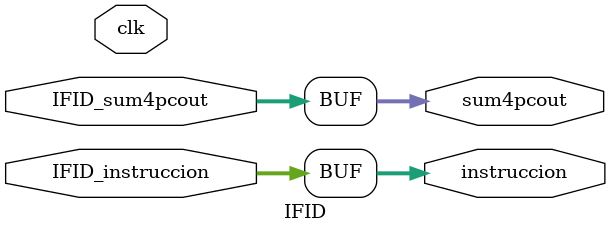
<source format=v>
module IFID(
    input clk,
    input [31:0]IFID_sum4pcout,
    input [31:0]IFID_instruccion,
    output reg [31:0]sum4pcout,
    output reg[31:0]instruccion
);

always @(*) begin
    sum4pcout = IFID_sum4pcout;
    instruccion = IFID_instruccion;
end

endmodule
</source>
